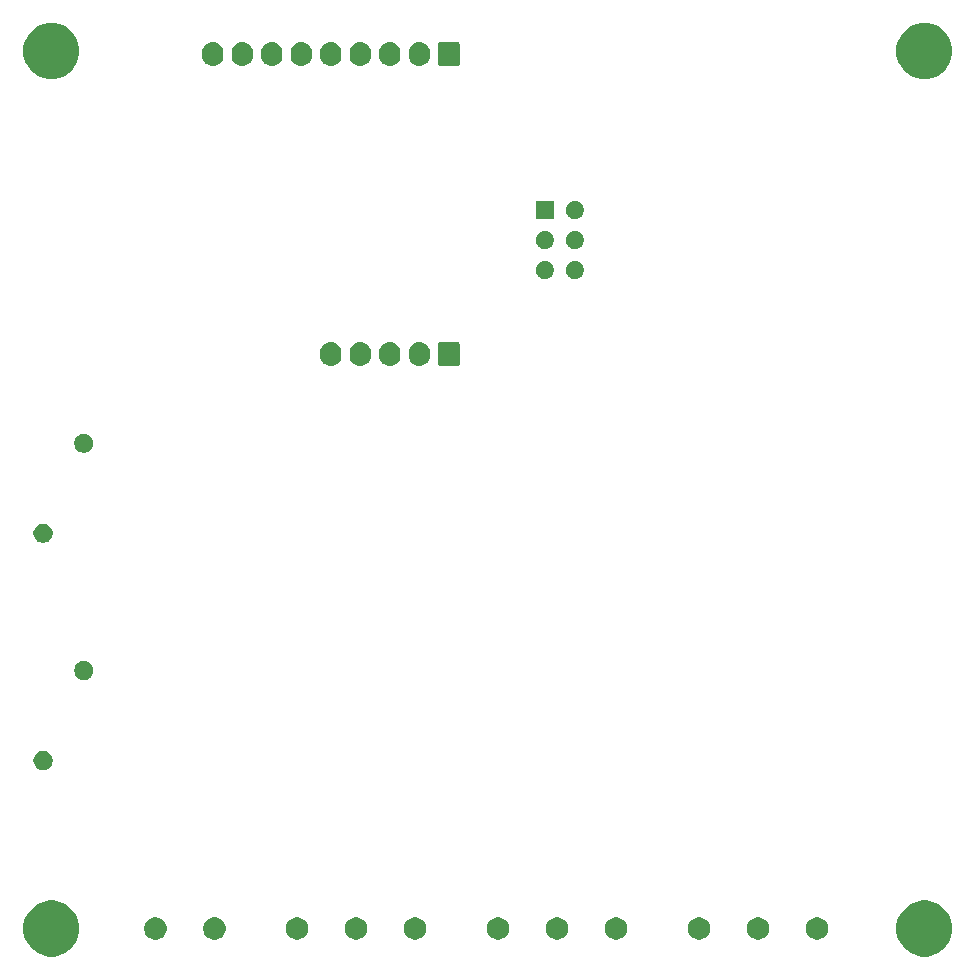
<source format=gbr>
G04 #@! TF.GenerationSoftware,KiCad,Pcbnew,5.1.5-52549c5~84~ubuntu18.04.1*
G04 #@! TF.CreationDate,2020-02-07T16:49:07-05:00*
G04 #@! TF.ProjectId,solenoidTrigger,736f6c65-6e6f-4696-9454-726967676572,rev?*
G04 #@! TF.SameCoordinates,Original*
G04 #@! TF.FileFunction,Soldermask,Bot*
G04 #@! TF.FilePolarity,Negative*
%FSLAX46Y46*%
G04 Gerber Fmt 4.6, Leading zero omitted, Abs format (unit mm)*
G04 Created by KiCad (PCBNEW 5.1.5-52549c5~84~ubuntu18.04.1) date 2020-02-07 16:49:07*
%MOMM*%
%LPD*%
G04 APERTURE LIST*
%ADD10C,0.020000*%
G04 APERTURE END LIST*
D10*
G36*
X185096790Y-128907173D02*
G01*
X185529030Y-129086213D01*
X185529032Y-129086214D01*
X185918038Y-129346139D01*
X186248861Y-129676962D01*
X186508786Y-130065968D01*
X186508787Y-130065970D01*
X186687827Y-130498210D01*
X186779100Y-130957072D01*
X186779100Y-131424928D01*
X186687827Y-131883790D01*
X186508787Y-132316030D01*
X186508786Y-132316032D01*
X186248861Y-132705038D01*
X185918038Y-133035861D01*
X185529032Y-133295786D01*
X185529031Y-133295787D01*
X185529030Y-133295787D01*
X185096790Y-133474827D01*
X184637928Y-133566100D01*
X184170072Y-133566100D01*
X183711210Y-133474827D01*
X183278970Y-133295787D01*
X183278969Y-133295787D01*
X183278968Y-133295786D01*
X182889962Y-133035861D01*
X182559139Y-132705038D01*
X182299214Y-132316032D01*
X182299213Y-132316030D01*
X182120173Y-131883790D01*
X182028900Y-131424928D01*
X182028900Y-130957072D01*
X182120173Y-130498210D01*
X182299213Y-130065970D01*
X182299214Y-130065968D01*
X182559139Y-129676962D01*
X182889962Y-129346139D01*
X183278968Y-129086214D01*
X183278970Y-129086213D01*
X183711210Y-128907173D01*
X184170072Y-128815900D01*
X184637928Y-128815900D01*
X185096790Y-128907173D01*
G37*
G36*
X111182790Y-128907173D02*
G01*
X111615030Y-129086213D01*
X111615032Y-129086214D01*
X112004038Y-129346139D01*
X112334861Y-129676962D01*
X112594786Y-130065968D01*
X112594787Y-130065970D01*
X112773827Y-130498210D01*
X112865100Y-130957072D01*
X112865100Y-131424928D01*
X112773827Y-131883790D01*
X112594787Y-132316030D01*
X112594786Y-132316032D01*
X112334861Y-132705038D01*
X112004038Y-133035861D01*
X111615032Y-133295786D01*
X111615031Y-133295787D01*
X111615030Y-133295787D01*
X111182790Y-133474827D01*
X110723928Y-133566100D01*
X110256072Y-133566100D01*
X109797210Y-133474827D01*
X109364970Y-133295787D01*
X109364969Y-133295787D01*
X109364968Y-133295786D01*
X108975962Y-133035861D01*
X108645139Y-132705038D01*
X108385214Y-132316032D01*
X108385213Y-132316030D01*
X108206173Y-131883790D01*
X108114900Y-131424928D01*
X108114900Y-130957072D01*
X108206173Y-130498210D01*
X108385213Y-130065970D01*
X108385214Y-130065968D01*
X108645139Y-129676962D01*
X108975962Y-129346139D01*
X109364968Y-129086214D01*
X109364970Y-129086213D01*
X109797210Y-128907173D01*
X110256072Y-128815900D01*
X110723928Y-128815900D01*
X111182790Y-128907173D01*
G37*
G36*
X119570395Y-130276546D02*
G01*
X119743466Y-130348234D01*
X119743467Y-130348235D01*
X119899227Y-130452310D01*
X120031690Y-130584773D01*
X120031691Y-130584775D01*
X120135766Y-130740534D01*
X120207454Y-130913605D01*
X120244000Y-131097333D01*
X120244000Y-131284667D01*
X120207454Y-131468395D01*
X120135766Y-131641466D01*
X120135765Y-131641467D01*
X120031690Y-131797227D01*
X119899227Y-131929690D01*
X119820818Y-131982081D01*
X119743466Y-132033766D01*
X119570395Y-132105454D01*
X119386667Y-132142000D01*
X119199333Y-132142000D01*
X119015605Y-132105454D01*
X118842534Y-132033766D01*
X118765182Y-131982081D01*
X118686773Y-131929690D01*
X118554310Y-131797227D01*
X118450235Y-131641467D01*
X118450234Y-131641466D01*
X118378546Y-131468395D01*
X118342000Y-131284667D01*
X118342000Y-131097333D01*
X118378546Y-130913605D01*
X118450234Y-130740534D01*
X118554309Y-130584775D01*
X118554310Y-130584773D01*
X118686773Y-130452310D01*
X118842533Y-130348235D01*
X118842534Y-130348234D01*
X119015605Y-130276546D01*
X119199333Y-130240000D01*
X119386667Y-130240000D01*
X119570395Y-130276546D01*
G37*
G36*
X175584395Y-130276546D02*
G01*
X175757466Y-130348234D01*
X175757467Y-130348235D01*
X175913227Y-130452310D01*
X176045690Y-130584773D01*
X176045691Y-130584775D01*
X176149766Y-130740534D01*
X176221454Y-130913605D01*
X176258000Y-131097333D01*
X176258000Y-131284667D01*
X176221454Y-131468395D01*
X176149766Y-131641466D01*
X176149765Y-131641467D01*
X176045690Y-131797227D01*
X175913227Y-131929690D01*
X175834818Y-131982081D01*
X175757466Y-132033766D01*
X175584395Y-132105454D01*
X175400667Y-132142000D01*
X175213333Y-132142000D01*
X175029605Y-132105454D01*
X174856534Y-132033766D01*
X174779182Y-131982081D01*
X174700773Y-131929690D01*
X174568310Y-131797227D01*
X174464235Y-131641467D01*
X174464234Y-131641466D01*
X174392546Y-131468395D01*
X174356000Y-131284667D01*
X174356000Y-131097333D01*
X174392546Y-130913605D01*
X174464234Y-130740534D01*
X174568309Y-130584775D01*
X174568310Y-130584773D01*
X174700773Y-130452310D01*
X174856533Y-130348235D01*
X174856534Y-130348234D01*
X175029605Y-130276546D01*
X175213333Y-130240000D01*
X175400667Y-130240000D01*
X175584395Y-130276546D01*
G37*
G36*
X165584395Y-130276546D02*
G01*
X165757466Y-130348234D01*
X165757467Y-130348235D01*
X165913227Y-130452310D01*
X166045690Y-130584773D01*
X166045691Y-130584775D01*
X166149766Y-130740534D01*
X166221454Y-130913605D01*
X166258000Y-131097333D01*
X166258000Y-131284667D01*
X166221454Y-131468395D01*
X166149766Y-131641466D01*
X166149765Y-131641467D01*
X166045690Y-131797227D01*
X165913227Y-131929690D01*
X165834818Y-131982081D01*
X165757466Y-132033766D01*
X165584395Y-132105454D01*
X165400667Y-132142000D01*
X165213333Y-132142000D01*
X165029605Y-132105454D01*
X164856534Y-132033766D01*
X164779182Y-131982081D01*
X164700773Y-131929690D01*
X164568310Y-131797227D01*
X164464235Y-131641467D01*
X164464234Y-131641466D01*
X164392546Y-131468395D01*
X164356000Y-131284667D01*
X164356000Y-131097333D01*
X164392546Y-130913605D01*
X164464234Y-130740534D01*
X164568309Y-130584775D01*
X164568310Y-130584773D01*
X164700773Y-130452310D01*
X164856533Y-130348235D01*
X164856534Y-130348234D01*
X165029605Y-130276546D01*
X165213333Y-130240000D01*
X165400667Y-130240000D01*
X165584395Y-130276546D01*
G37*
G36*
X170584395Y-130276546D02*
G01*
X170757466Y-130348234D01*
X170757467Y-130348235D01*
X170913227Y-130452310D01*
X171045690Y-130584773D01*
X171045691Y-130584775D01*
X171149766Y-130740534D01*
X171221454Y-130913605D01*
X171258000Y-131097333D01*
X171258000Y-131284667D01*
X171221454Y-131468395D01*
X171149766Y-131641466D01*
X171149765Y-131641467D01*
X171045690Y-131797227D01*
X170913227Y-131929690D01*
X170834818Y-131982081D01*
X170757466Y-132033766D01*
X170584395Y-132105454D01*
X170400667Y-132142000D01*
X170213333Y-132142000D01*
X170029605Y-132105454D01*
X169856534Y-132033766D01*
X169779182Y-131982081D01*
X169700773Y-131929690D01*
X169568310Y-131797227D01*
X169464235Y-131641467D01*
X169464234Y-131641466D01*
X169392546Y-131468395D01*
X169356000Y-131284667D01*
X169356000Y-131097333D01*
X169392546Y-130913605D01*
X169464234Y-130740534D01*
X169568309Y-130584775D01*
X169568310Y-130584773D01*
X169700773Y-130452310D01*
X169856533Y-130348235D01*
X169856534Y-130348234D01*
X170029605Y-130276546D01*
X170213333Y-130240000D01*
X170400667Y-130240000D01*
X170584395Y-130276546D01*
G37*
G36*
X141548395Y-130276546D02*
G01*
X141721466Y-130348234D01*
X141721467Y-130348235D01*
X141877227Y-130452310D01*
X142009690Y-130584773D01*
X142009691Y-130584775D01*
X142113766Y-130740534D01*
X142185454Y-130913605D01*
X142222000Y-131097333D01*
X142222000Y-131284667D01*
X142185454Y-131468395D01*
X142113766Y-131641466D01*
X142113765Y-131641467D01*
X142009690Y-131797227D01*
X141877227Y-131929690D01*
X141798818Y-131982081D01*
X141721466Y-132033766D01*
X141548395Y-132105454D01*
X141364667Y-132142000D01*
X141177333Y-132142000D01*
X140993605Y-132105454D01*
X140820534Y-132033766D01*
X140743182Y-131982081D01*
X140664773Y-131929690D01*
X140532310Y-131797227D01*
X140428235Y-131641467D01*
X140428234Y-131641466D01*
X140356546Y-131468395D01*
X140320000Y-131284667D01*
X140320000Y-131097333D01*
X140356546Y-130913605D01*
X140428234Y-130740534D01*
X140532309Y-130584775D01*
X140532310Y-130584773D01*
X140664773Y-130452310D01*
X140820533Y-130348235D01*
X140820534Y-130348234D01*
X140993605Y-130276546D01*
X141177333Y-130240000D01*
X141364667Y-130240000D01*
X141548395Y-130276546D01*
G37*
G36*
X131548395Y-130276546D02*
G01*
X131721466Y-130348234D01*
X131721467Y-130348235D01*
X131877227Y-130452310D01*
X132009690Y-130584773D01*
X132009691Y-130584775D01*
X132113766Y-130740534D01*
X132185454Y-130913605D01*
X132222000Y-131097333D01*
X132222000Y-131284667D01*
X132185454Y-131468395D01*
X132113766Y-131641466D01*
X132113765Y-131641467D01*
X132009690Y-131797227D01*
X131877227Y-131929690D01*
X131798818Y-131982081D01*
X131721466Y-132033766D01*
X131548395Y-132105454D01*
X131364667Y-132142000D01*
X131177333Y-132142000D01*
X130993605Y-132105454D01*
X130820534Y-132033766D01*
X130743182Y-131982081D01*
X130664773Y-131929690D01*
X130532310Y-131797227D01*
X130428235Y-131641467D01*
X130428234Y-131641466D01*
X130356546Y-131468395D01*
X130320000Y-131284667D01*
X130320000Y-131097333D01*
X130356546Y-130913605D01*
X130428234Y-130740534D01*
X130532309Y-130584775D01*
X130532310Y-130584773D01*
X130664773Y-130452310D01*
X130820533Y-130348235D01*
X130820534Y-130348234D01*
X130993605Y-130276546D01*
X131177333Y-130240000D01*
X131364667Y-130240000D01*
X131548395Y-130276546D01*
G37*
G36*
X136548395Y-130276546D02*
G01*
X136721466Y-130348234D01*
X136721467Y-130348235D01*
X136877227Y-130452310D01*
X137009690Y-130584773D01*
X137009691Y-130584775D01*
X137113766Y-130740534D01*
X137185454Y-130913605D01*
X137222000Y-131097333D01*
X137222000Y-131284667D01*
X137185454Y-131468395D01*
X137113766Y-131641466D01*
X137113765Y-131641467D01*
X137009690Y-131797227D01*
X136877227Y-131929690D01*
X136798818Y-131982081D01*
X136721466Y-132033766D01*
X136548395Y-132105454D01*
X136364667Y-132142000D01*
X136177333Y-132142000D01*
X135993605Y-132105454D01*
X135820534Y-132033766D01*
X135743182Y-131982081D01*
X135664773Y-131929690D01*
X135532310Y-131797227D01*
X135428235Y-131641467D01*
X135428234Y-131641466D01*
X135356546Y-131468395D01*
X135320000Y-131284667D01*
X135320000Y-131097333D01*
X135356546Y-130913605D01*
X135428234Y-130740534D01*
X135532309Y-130584775D01*
X135532310Y-130584773D01*
X135664773Y-130452310D01*
X135820533Y-130348235D01*
X135820534Y-130348234D01*
X135993605Y-130276546D01*
X136177333Y-130240000D01*
X136364667Y-130240000D01*
X136548395Y-130276546D01*
G37*
G36*
X158566395Y-130276546D02*
G01*
X158739466Y-130348234D01*
X158739467Y-130348235D01*
X158895227Y-130452310D01*
X159027690Y-130584773D01*
X159027691Y-130584775D01*
X159131766Y-130740534D01*
X159203454Y-130913605D01*
X159240000Y-131097333D01*
X159240000Y-131284667D01*
X159203454Y-131468395D01*
X159131766Y-131641466D01*
X159131765Y-131641467D01*
X159027690Y-131797227D01*
X158895227Y-131929690D01*
X158816818Y-131982081D01*
X158739466Y-132033766D01*
X158566395Y-132105454D01*
X158382667Y-132142000D01*
X158195333Y-132142000D01*
X158011605Y-132105454D01*
X157838534Y-132033766D01*
X157761182Y-131982081D01*
X157682773Y-131929690D01*
X157550310Y-131797227D01*
X157446235Y-131641467D01*
X157446234Y-131641466D01*
X157374546Y-131468395D01*
X157338000Y-131284667D01*
X157338000Y-131097333D01*
X157374546Y-130913605D01*
X157446234Y-130740534D01*
X157550309Y-130584775D01*
X157550310Y-130584773D01*
X157682773Y-130452310D01*
X157838533Y-130348235D01*
X157838534Y-130348234D01*
X158011605Y-130276546D01*
X158195333Y-130240000D01*
X158382667Y-130240000D01*
X158566395Y-130276546D01*
G37*
G36*
X148566395Y-130276546D02*
G01*
X148739466Y-130348234D01*
X148739467Y-130348235D01*
X148895227Y-130452310D01*
X149027690Y-130584773D01*
X149027691Y-130584775D01*
X149131766Y-130740534D01*
X149203454Y-130913605D01*
X149240000Y-131097333D01*
X149240000Y-131284667D01*
X149203454Y-131468395D01*
X149131766Y-131641466D01*
X149131765Y-131641467D01*
X149027690Y-131797227D01*
X148895227Y-131929690D01*
X148816818Y-131982081D01*
X148739466Y-132033766D01*
X148566395Y-132105454D01*
X148382667Y-132142000D01*
X148195333Y-132142000D01*
X148011605Y-132105454D01*
X147838534Y-132033766D01*
X147761182Y-131982081D01*
X147682773Y-131929690D01*
X147550310Y-131797227D01*
X147446235Y-131641467D01*
X147446234Y-131641466D01*
X147374546Y-131468395D01*
X147338000Y-131284667D01*
X147338000Y-131097333D01*
X147374546Y-130913605D01*
X147446234Y-130740534D01*
X147550309Y-130584775D01*
X147550310Y-130584773D01*
X147682773Y-130452310D01*
X147838533Y-130348235D01*
X147838534Y-130348234D01*
X148011605Y-130276546D01*
X148195333Y-130240000D01*
X148382667Y-130240000D01*
X148566395Y-130276546D01*
G37*
G36*
X153566395Y-130276546D02*
G01*
X153739466Y-130348234D01*
X153739467Y-130348235D01*
X153895227Y-130452310D01*
X154027690Y-130584773D01*
X154027691Y-130584775D01*
X154131766Y-130740534D01*
X154203454Y-130913605D01*
X154240000Y-131097333D01*
X154240000Y-131284667D01*
X154203454Y-131468395D01*
X154131766Y-131641466D01*
X154131765Y-131641467D01*
X154027690Y-131797227D01*
X153895227Y-131929690D01*
X153816818Y-131982081D01*
X153739466Y-132033766D01*
X153566395Y-132105454D01*
X153382667Y-132142000D01*
X153195333Y-132142000D01*
X153011605Y-132105454D01*
X152838534Y-132033766D01*
X152761182Y-131982081D01*
X152682773Y-131929690D01*
X152550310Y-131797227D01*
X152446235Y-131641467D01*
X152446234Y-131641466D01*
X152374546Y-131468395D01*
X152338000Y-131284667D01*
X152338000Y-131097333D01*
X152374546Y-130913605D01*
X152446234Y-130740534D01*
X152550309Y-130584775D01*
X152550310Y-130584773D01*
X152682773Y-130452310D01*
X152838533Y-130348235D01*
X152838534Y-130348234D01*
X153011605Y-130276546D01*
X153195333Y-130240000D01*
X153382667Y-130240000D01*
X153566395Y-130276546D01*
G37*
G36*
X124570395Y-130276546D02*
G01*
X124743466Y-130348234D01*
X124743467Y-130348235D01*
X124899227Y-130452310D01*
X125031690Y-130584773D01*
X125031691Y-130584775D01*
X125135766Y-130740534D01*
X125207454Y-130913605D01*
X125244000Y-131097333D01*
X125244000Y-131284667D01*
X125207454Y-131468395D01*
X125135766Y-131641466D01*
X125135765Y-131641467D01*
X125031690Y-131797227D01*
X124899227Y-131929690D01*
X124820818Y-131982081D01*
X124743466Y-132033766D01*
X124570395Y-132105454D01*
X124386667Y-132142000D01*
X124199333Y-132142000D01*
X124015605Y-132105454D01*
X123842534Y-132033766D01*
X123765182Y-131982081D01*
X123686773Y-131929690D01*
X123554310Y-131797227D01*
X123450235Y-131641467D01*
X123450234Y-131641466D01*
X123378546Y-131468395D01*
X123342000Y-131284667D01*
X123342000Y-131097333D01*
X123378546Y-130913605D01*
X123450234Y-130740534D01*
X123554309Y-130584775D01*
X123554310Y-130584773D01*
X123686773Y-130452310D01*
X123842533Y-130348235D01*
X123842534Y-130348234D01*
X124015605Y-130276546D01*
X124199333Y-130240000D01*
X124386667Y-130240000D01*
X124570395Y-130276546D01*
G37*
G36*
X110015942Y-116185242D02*
G01*
X110163901Y-116246529D01*
X110297055Y-116335499D01*
X110410301Y-116448745D01*
X110499271Y-116581899D01*
X110560558Y-116729858D01*
X110591800Y-116886925D01*
X110591800Y-117047075D01*
X110560558Y-117204142D01*
X110499271Y-117352101D01*
X110410301Y-117485255D01*
X110297055Y-117598501D01*
X110163901Y-117687471D01*
X110015942Y-117748758D01*
X109858875Y-117780000D01*
X109698725Y-117780000D01*
X109541658Y-117748758D01*
X109393699Y-117687471D01*
X109260545Y-117598501D01*
X109147299Y-117485255D01*
X109058329Y-117352101D01*
X108997042Y-117204142D01*
X108965800Y-117047075D01*
X108965800Y-116886925D01*
X108997042Y-116729858D01*
X109058329Y-116581899D01*
X109147299Y-116448745D01*
X109260545Y-116335499D01*
X109393699Y-116246529D01*
X109541658Y-116185242D01*
X109698725Y-116154000D01*
X109858875Y-116154000D01*
X110015942Y-116185242D01*
G37*
G36*
X113470342Y-108565242D02*
G01*
X113618301Y-108626529D01*
X113751455Y-108715499D01*
X113864701Y-108828745D01*
X113953671Y-108961899D01*
X114014958Y-109109858D01*
X114046200Y-109266925D01*
X114046200Y-109427075D01*
X114014958Y-109584142D01*
X113953671Y-109732101D01*
X113864701Y-109865255D01*
X113751455Y-109978501D01*
X113618301Y-110067471D01*
X113470342Y-110128758D01*
X113313275Y-110160000D01*
X113153125Y-110160000D01*
X112996058Y-110128758D01*
X112848099Y-110067471D01*
X112714945Y-109978501D01*
X112601699Y-109865255D01*
X112512729Y-109732101D01*
X112451442Y-109584142D01*
X112420200Y-109427075D01*
X112420200Y-109266925D01*
X112451442Y-109109858D01*
X112512729Y-108961899D01*
X112601699Y-108828745D01*
X112714945Y-108715499D01*
X112848099Y-108626529D01*
X112996058Y-108565242D01*
X113153125Y-108534000D01*
X113313275Y-108534000D01*
X113470342Y-108565242D01*
G37*
G36*
X110015942Y-96944742D02*
G01*
X110163901Y-97006029D01*
X110297055Y-97094999D01*
X110410301Y-97208245D01*
X110499271Y-97341399D01*
X110560558Y-97489358D01*
X110591800Y-97646425D01*
X110591800Y-97806575D01*
X110560558Y-97963642D01*
X110499271Y-98111601D01*
X110410301Y-98244755D01*
X110297055Y-98358001D01*
X110163901Y-98446971D01*
X110015942Y-98508258D01*
X109858875Y-98539500D01*
X109698725Y-98539500D01*
X109541658Y-98508258D01*
X109393699Y-98446971D01*
X109260545Y-98358001D01*
X109147299Y-98244755D01*
X109058329Y-98111601D01*
X108997042Y-97963642D01*
X108965800Y-97806575D01*
X108965800Y-97646425D01*
X108997042Y-97489358D01*
X109058329Y-97341399D01*
X109147299Y-97208245D01*
X109260545Y-97094999D01*
X109393699Y-97006029D01*
X109541658Y-96944742D01*
X109698725Y-96913500D01*
X109858875Y-96913500D01*
X110015942Y-96944742D01*
G37*
G36*
X113470342Y-89324742D02*
G01*
X113618301Y-89386029D01*
X113751455Y-89474999D01*
X113864701Y-89588245D01*
X113953671Y-89721399D01*
X114014958Y-89869358D01*
X114046200Y-90026425D01*
X114046200Y-90186575D01*
X114014958Y-90343642D01*
X113953671Y-90491601D01*
X113864701Y-90624755D01*
X113751455Y-90738001D01*
X113618301Y-90826971D01*
X113470342Y-90888258D01*
X113313275Y-90919500D01*
X113153125Y-90919500D01*
X112996058Y-90888258D01*
X112848099Y-90826971D01*
X112714945Y-90738001D01*
X112601699Y-90624755D01*
X112512729Y-90491601D01*
X112451442Y-90343642D01*
X112420200Y-90186575D01*
X112420200Y-90026425D01*
X112451442Y-89869358D01*
X112512729Y-89721399D01*
X112601699Y-89588245D01*
X112714945Y-89474999D01*
X112848099Y-89386029D01*
X112996058Y-89324742D01*
X113153125Y-89293500D01*
X113313275Y-89293500D01*
X113470342Y-89324742D01*
G37*
G36*
X136821627Y-81537037D02*
G01*
X136991466Y-81588557D01*
X137147991Y-81672222D01*
X137183729Y-81701552D01*
X137285186Y-81784814D01*
X137368448Y-81886271D01*
X137397778Y-81922009D01*
X137481443Y-82078534D01*
X137532963Y-82248374D01*
X137546000Y-82380743D01*
X137546000Y-82719258D01*
X137532963Y-82851627D01*
X137481443Y-83021466D01*
X137397778Y-83177991D01*
X137368448Y-83213729D01*
X137285186Y-83315186D01*
X137147989Y-83427779D01*
X136991467Y-83511442D01*
X136991465Y-83511443D01*
X136821626Y-83562963D01*
X136645000Y-83580359D01*
X136468373Y-83562963D01*
X136298534Y-83511443D01*
X136142009Y-83427778D01*
X136099750Y-83393097D01*
X136004814Y-83315186D01*
X135892221Y-83177989D01*
X135808558Y-83021467D01*
X135808557Y-83021465D01*
X135757037Y-82851626D01*
X135744000Y-82719257D01*
X135744000Y-82380742D01*
X135757037Y-82248373D01*
X135808557Y-82078534D01*
X135892222Y-81922009D01*
X136004815Y-81784815D01*
X136142010Y-81672222D01*
X136298535Y-81588557D01*
X136468374Y-81537037D01*
X136645000Y-81519641D01*
X136821627Y-81537037D01*
G37*
G36*
X139321627Y-81537037D02*
G01*
X139491466Y-81588557D01*
X139647991Y-81672222D01*
X139683729Y-81701552D01*
X139785186Y-81784814D01*
X139868448Y-81886271D01*
X139897778Y-81922009D01*
X139981443Y-82078534D01*
X140032963Y-82248374D01*
X140046000Y-82380743D01*
X140046000Y-82719258D01*
X140032963Y-82851627D01*
X139981443Y-83021466D01*
X139897778Y-83177991D01*
X139868448Y-83213729D01*
X139785186Y-83315186D01*
X139647989Y-83427779D01*
X139491467Y-83511442D01*
X139491465Y-83511443D01*
X139321626Y-83562963D01*
X139145000Y-83580359D01*
X138968373Y-83562963D01*
X138798534Y-83511443D01*
X138642009Y-83427778D01*
X138599750Y-83393097D01*
X138504814Y-83315186D01*
X138392221Y-83177989D01*
X138308558Y-83021467D01*
X138308557Y-83021465D01*
X138257037Y-82851626D01*
X138244000Y-82719257D01*
X138244000Y-82380742D01*
X138257037Y-82248373D01*
X138308557Y-82078534D01*
X138392222Y-81922009D01*
X138504815Y-81784815D01*
X138642010Y-81672222D01*
X138798535Y-81588557D01*
X138968374Y-81537037D01*
X139145000Y-81519641D01*
X139321627Y-81537037D01*
G37*
G36*
X134321627Y-81537037D02*
G01*
X134491466Y-81588557D01*
X134647991Y-81672222D01*
X134683729Y-81701552D01*
X134785186Y-81784814D01*
X134868448Y-81886271D01*
X134897778Y-81922009D01*
X134981443Y-82078534D01*
X135032963Y-82248374D01*
X135046000Y-82380743D01*
X135046000Y-82719258D01*
X135032963Y-82851627D01*
X134981443Y-83021466D01*
X134897778Y-83177991D01*
X134868448Y-83213729D01*
X134785186Y-83315186D01*
X134647989Y-83427779D01*
X134491467Y-83511442D01*
X134491465Y-83511443D01*
X134321626Y-83562963D01*
X134145000Y-83580359D01*
X133968373Y-83562963D01*
X133798534Y-83511443D01*
X133642009Y-83427778D01*
X133599750Y-83393097D01*
X133504814Y-83315186D01*
X133392221Y-83177989D01*
X133308558Y-83021467D01*
X133308557Y-83021465D01*
X133257037Y-82851626D01*
X133244000Y-82719257D01*
X133244000Y-82380742D01*
X133257037Y-82248373D01*
X133308557Y-82078534D01*
X133392222Y-81922009D01*
X133504815Y-81784815D01*
X133642010Y-81672222D01*
X133798535Y-81588557D01*
X133968374Y-81537037D01*
X134145000Y-81519641D01*
X134321627Y-81537037D01*
G37*
G36*
X141821627Y-81537037D02*
G01*
X141991466Y-81588557D01*
X142147991Y-81672222D01*
X142183729Y-81701552D01*
X142285186Y-81784814D01*
X142368448Y-81886271D01*
X142397778Y-81922009D01*
X142481443Y-82078534D01*
X142532963Y-82248374D01*
X142546000Y-82380743D01*
X142546000Y-82719258D01*
X142532963Y-82851627D01*
X142481443Y-83021466D01*
X142397778Y-83177991D01*
X142368448Y-83213729D01*
X142285186Y-83315186D01*
X142147989Y-83427779D01*
X141991467Y-83511442D01*
X141991465Y-83511443D01*
X141821626Y-83562963D01*
X141645000Y-83580359D01*
X141468373Y-83562963D01*
X141298534Y-83511443D01*
X141142009Y-83427778D01*
X141099750Y-83393097D01*
X141004814Y-83315186D01*
X140892221Y-83177989D01*
X140808558Y-83021467D01*
X140808557Y-83021465D01*
X140757037Y-82851626D01*
X140744000Y-82719257D01*
X140744000Y-82380742D01*
X140757037Y-82248373D01*
X140808557Y-82078534D01*
X140892222Y-81922009D01*
X141004815Y-81784815D01*
X141142010Y-81672222D01*
X141298535Y-81588557D01*
X141468374Y-81537037D01*
X141645000Y-81519641D01*
X141821627Y-81537037D01*
G37*
G36*
X144903600Y-81527989D02*
G01*
X144936652Y-81538015D01*
X144967103Y-81554292D01*
X144993799Y-81576201D01*
X145015708Y-81602897D01*
X145031985Y-81633348D01*
X145042011Y-81666400D01*
X145046000Y-81706903D01*
X145046000Y-83393097D01*
X145042011Y-83433600D01*
X145031985Y-83466652D01*
X145015708Y-83497103D01*
X144993799Y-83523799D01*
X144967103Y-83545708D01*
X144936652Y-83561985D01*
X144903600Y-83572011D01*
X144863097Y-83576000D01*
X143426903Y-83576000D01*
X143386400Y-83572011D01*
X143353348Y-83561985D01*
X143322897Y-83545708D01*
X143296201Y-83523799D01*
X143274292Y-83497103D01*
X143258015Y-83466652D01*
X143247989Y-83433600D01*
X143244000Y-83393097D01*
X143244000Y-81706903D01*
X143247989Y-81666400D01*
X143258015Y-81633348D01*
X143274292Y-81602897D01*
X143296201Y-81576201D01*
X143322897Y-81554292D01*
X143353348Y-81538015D01*
X143386400Y-81527989D01*
X143426903Y-81524000D01*
X144863097Y-81524000D01*
X144903600Y-81527989D01*
G37*
G36*
X155032059Y-74715860D02*
G01*
X155168732Y-74772472D01*
X155291735Y-74854660D01*
X155396340Y-74959265D01*
X155478528Y-75082268D01*
X155535140Y-75218941D01*
X155564000Y-75364033D01*
X155564000Y-75511967D01*
X155535140Y-75657059D01*
X155478528Y-75793732D01*
X155396340Y-75916735D01*
X155291735Y-76021340D01*
X155168732Y-76103528D01*
X155168731Y-76103529D01*
X155168730Y-76103529D01*
X155032059Y-76160140D01*
X154886968Y-76189000D01*
X154739032Y-76189000D01*
X154593941Y-76160140D01*
X154457270Y-76103529D01*
X154457269Y-76103529D01*
X154457268Y-76103528D01*
X154334265Y-76021340D01*
X154229660Y-75916735D01*
X154147472Y-75793732D01*
X154090860Y-75657059D01*
X154062000Y-75511967D01*
X154062000Y-75364033D01*
X154090860Y-75218941D01*
X154147472Y-75082268D01*
X154229660Y-74959265D01*
X154334265Y-74854660D01*
X154457268Y-74772472D01*
X154593941Y-74715860D01*
X154739032Y-74687000D01*
X154886968Y-74687000D01*
X155032059Y-74715860D01*
G37*
G36*
X152492059Y-74715860D02*
G01*
X152628732Y-74772472D01*
X152751735Y-74854660D01*
X152856340Y-74959265D01*
X152938528Y-75082268D01*
X152995140Y-75218941D01*
X153024000Y-75364033D01*
X153024000Y-75511967D01*
X152995140Y-75657059D01*
X152938528Y-75793732D01*
X152856340Y-75916735D01*
X152751735Y-76021340D01*
X152628732Y-76103528D01*
X152628731Y-76103529D01*
X152628730Y-76103529D01*
X152492059Y-76160140D01*
X152346968Y-76189000D01*
X152199032Y-76189000D01*
X152053941Y-76160140D01*
X151917270Y-76103529D01*
X151917269Y-76103529D01*
X151917268Y-76103528D01*
X151794265Y-76021340D01*
X151689660Y-75916735D01*
X151607472Y-75793732D01*
X151550860Y-75657059D01*
X151522000Y-75511967D01*
X151522000Y-75364033D01*
X151550860Y-75218941D01*
X151607472Y-75082268D01*
X151689660Y-74959265D01*
X151794265Y-74854660D01*
X151917268Y-74772472D01*
X152053941Y-74715860D01*
X152199032Y-74687000D01*
X152346968Y-74687000D01*
X152492059Y-74715860D01*
G37*
G36*
X155032059Y-72175860D02*
G01*
X155168732Y-72232472D01*
X155291735Y-72314660D01*
X155396340Y-72419265D01*
X155478528Y-72542268D01*
X155535140Y-72678941D01*
X155564000Y-72824033D01*
X155564000Y-72971967D01*
X155535140Y-73117059D01*
X155478528Y-73253732D01*
X155396340Y-73376735D01*
X155291735Y-73481340D01*
X155168732Y-73563528D01*
X155168731Y-73563529D01*
X155168730Y-73563529D01*
X155032059Y-73620140D01*
X154886968Y-73649000D01*
X154739032Y-73649000D01*
X154593941Y-73620140D01*
X154457270Y-73563529D01*
X154457269Y-73563529D01*
X154457268Y-73563528D01*
X154334265Y-73481340D01*
X154229660Y-73376735D01*
X154147472Y-73253732D01*
X154090860Y-73117059D01*
X154062000Y-72971967D01*
X154062000Y-72824033D01*
X154090860Y-72678941D01*
X154147472Y-72542268D01*
X154229660Y-72419265D01*
X154334265Y-72314660D01*
X154457268Y-72232472D01*
X154593941Y-72175860D01*
X154739032Y-72147000D01*
X154886968Y-72147000D01*
X155032059Y-72175860D01*
G37*
G36*
X152492059Y-72175860D02*
G01*
X152628732Y-72232472D01*
X152751735Y-72314660D01*
X152856340Y-72419265D01*
X152938528Y-72542268D01*
X152995140Y-72678941D01*
X153024000Y-72824033D01*
X153024000Y-72971967D01*
X152995140Y-73117059D01*
X152938528Y-73253732D01*
X152856340Y-73376735D01*
X152751735Y-73481340D01*
X152628732Y-73563528D01*
X152628731Y-73563529D01*
X152628730Y-73563529D01*
X152492059Y-73620140D01*
X152346968Y-73649000D01*
X152199032Y-73649000D01*
X152053941Y-73620140D01*
X151917270Y-73563529D01*
X151917269Y-73563529D01*
X151917268Y-73563528D01*
X151794265Y-73481340D01*
X151689660Y-73376735D01*
X151607472Y-73253732D01*
X151550860Y-73117059D01*
X151522000Y-72971967D01*
X151522000Y-72824033D01*
X151550860Y-72678941D01*
X151607472Y-72542268D01*
X151689660Y-72419265D01*
X151794265Y-72314660D01*
X151917268Y-72232472D01*
X152053941Y-72175860D01*
X152199032Y-72147000D01*
X152346968Y-72147000D01*
X152492059Y-72175860D01*
G37*
G36*
X155032059Y-69635860D02*
G01*
X155168732Y-69692472D01*
X155291735Y-69774660D01*
X155396340Y-69879265D01*
X155478528Y-70002268D01*
X155535140Y-70138941D01*
X155564000Y-70284033D01*
X155564000Y-70431967D01*
X155535140Y-70577059D01*
X155478528Y-70713732D01*
X155396340Y-70836735D01*
X155291735Y-70941340D01*
X155168732Y-71023528D01*
X155168731Y-71023529D01*
X155168730Y-71023529D01*
X155032059Y-71080140D01*
X154886968Y-71109000D01*
X154739032Y-71109000D01*
X154593941Y-71080140D01*
X154457270Y-71023529D01*
X154457269Y-71023529D01*
X154457268Y-71023528D01*
X154334265Y-70941340D01*
X154229660Y-70836735D01*
X154147472Y-70713732D01*
X154090860Y-70577059D01*
X154062000Y-70431967D01*
X154062000Y-70284033D01*
X154090860Y-70138941D01*
X154147472Y-70002268D01*
X154229660Y-69879265D01*
X154334265Y-69774660D01*
X154457268Y-69692472D01*
X154593941Y-69635860D01*
X154739032Y-69607000D01*
X154886968Y-69607000D01*
X155032059Y-69635860D01*
G37*
G36*
X153024000Y-71109000D02*
G01*
X151522000Y-71109000D01*
X151522000Y-69607000D01*
X153024000Y-69607000D01*
X153024000Y-71109000D01*
G37*
G36*
X111182790Y-54612173D02*
G01*
X111615030Y-54791213D01*
X111615032Y-54791214D01*
X112004038Y-55051139D01*
X112334861Y-55381962D01*
X112594786Y-55770968D01*
X112594787Y-55770970D01*
X112773827Y-56203210D01*
X112865100Y-56662072D01*
X112865100Y-57129928D01*
X112773827Y-57588790D01*
X112606357Y-57993097D01*
X112594786Y-58021032D01*
X112334861Y-58410038D01*
X112004038Y-58740861D01*
X111615032Y-59000786D01*
X111615031Y-59000787D01*
X111615030Y-59000787D01*
X111182790Y-59179827D01*
X110723928Y-59271100D01*
X110256072Y-59271100D01*
X109797210Y-59179827D01*
X109364970Y-59000787D01*
X109364969Y-59000787D01*
X109364968Y-59000786D01*
X108975962Y-58740861D01*
X108645139Y-58410038D01*
X108385214Y-58021032D01*
X108373643Y-57993097D01*
X108206173Y-57588790D01*
X108114900Y-57129928D01*
X108114900Y-56662072D01*
X108206173Y-56203210D01*
X108385213Y-55770970D01*
X108385214Y-55770968D01*
X108645139Y-55381962D01*
X108975962Y-55051139D01*
X109364968Y-54791214D01*
X109364970Y-54791213D01*
X109797210Y-54612173D01*
X110256072Y-54520900D01*
X110723928Y-54520900D01*
X111182790Y-54612173D01*
G37*
G36*
X185096790Y-54612173D02*
G01*
X185529030Y-54791213D01*
X185529032Y-54791214D01*
X185918038Y-55051139D01*
X186248861Y-55381962D01*
X186508786Y-55770968D01*
X186508787Y-55770970D01*
X186687827Y-56203210D01*
X186779100Y-56662072D01*
X186779100Y-57129928D01*
X186687827Y-57588790D01*
X186520357Y-57993097D01*
X186508786Y-58021032D01*
X186248861Y-58410038D01*
X185918038Y-58740861D01*
X185529032Y-59000786D01*
X185529031Y-59000787D01*
X185529030Y-59000787D01*
X185096790Y-59179827D01*
X184637928Y-59271100D01*
X184170072Y-59271100D01*
X183711210Y-59179827D01*
X183278970Y-59000787D01*
X183278969Y-59000787D01*
X183278968Y-59000786D01*
X182889962Y-58740861D01*
X182559139Y-58410038D01*
X182299214Y-58021032D01*
X182287643Y-57993097D01*
X182120173Y-57588790D01*
X182028900Y-57129928D01*
X182028900Y-56662072D01*
X182120173Y-56203210D01*
X182299213Y-55770970D01*
X182299214Y-55770968D01*
X182559139Y-55381962D01*
X182889962Y-55051139D01*
X183278968Y-54791214D01*
X183278970Y-54791213D01*
X183711210Y-54612173D01*
X184170072Y-54520900D01*
X184637928Y-54520900D01*
X185096790Y-54612173D01*
G37*
G36*
X139321627Y-56137037D02*
G01*
X139491466Y-56188557D01*
X139647991Y-56272222D01*
X139683729Y-56301552D01*
X139785186Y-56384814D01*
X139868448Y-56486271D01*
X139897778Y-56522009D01*
X139981443Y-56678534D01*
X140032963Y-56848374D01*
X140046000Y-56980743D01*
X140046000Y-57319258D01*
X140032963Y-57451627D01*
X139981443Y-57621466D01*
X139897778Y-57777991D01*
X139868448Y-57813729D01*
X139785186Y-57915186D01*
X139647989Y-58027779D01*
X139491467Y-58111442D01*
X139491465Y-58111443D01*
X139321626Y-58162963D01*
X139145000Y-58180359D01*
X138968373Y-58162963D01*
X138798534Y-58111443D01*
X138642009Y-58027778D01*
X138599750Y-57993097D01*
X138504814Y-57915186D01*
X138392221Y-57777989D01*
X138308558Y-57621467D01*
X138308557Y-57621465D01*
X138257037Y-57451626D01*
X138244000Y-57319257D01*
X138244000Y-56980742D01*
X138257037Y-56848373D01*
X138308557Y-56678534D01*
X138392222Y-56522009D01*
X138504815Y-56384815D01*
X138642010Y-56272222D01*
X138798535Y-56188557D01*
X138968374Y-56137037D01*
X139145000Y-56119641D01*
X139321627Y-56137037D01*
G37*
G36*
X124321627Y-56137037D02*
G01*
X124491466Y-56188557D01*
X124647991Y-56272222D01*
X124683729Y-56301552D01*
X124785186Y-56384814D01*
X124868448Y-56486271D01*
X124897778Y-56522009D01*
X124981443Y-56678534D01*
X125032963Y-56848374D01*
X125046000Y-56980743D01*
X125046000Y-57319258D01*
X125032963Y-57451627D01*
X124981443Y-57621466D01*
X124897778Y-57777991D01*
X124868448Y-57813729D01*
X124785186Y-57915186D01*
X124647989Y-58027779D01*
X124491467Y-58111442D01*
X124491465Y-58111443D01*
X124321626Y-58162963D01*
X124145000Y-58180359D01*
X123968373Y-58162963D01*
X123798534Y-58111443D01*
X123642009Y-58027778D01*
X123599750Y-57993097D01*
X123504814Y-57915186D01*
X123392221Y-57777989D01*
X123308558Y-57621467D01*
X123308557Y-57621465D01*
X123257037Y-57451626D01*
X123244000Y-57319257D01*
X123244000Y-56980742D01*
X123257037Y-56848373D01*
X123308557Y-56678534D01*
X123392222Y-56522009D01*
X123504815Y-56384815D01*
X123642010Y-56272222D01*
X123798535Y-56188557D01*
X123968374Y-56137037D01*
X124145000Y-56119641D01*
X124321627Y-56137037D01*
G37*
G36*
X136821627Y-56137037D02*
G01*
X136991466Y-56188557D01*
X137147991Y-56272222D01*
X137183729Y-56301552D01*
X137285186Y-56384814D01*
X137368448Y-56486271D01*
X137397778Y-56522009D01*
X137481443Y-56678534D01*
X137532963Y-56848374D01*
X137546000Y-56980743D01*
X137546000Y-57319258D01*
X137532963Y-57451627D01*
X137481443Y-57621466D01*
X137397778Y-57777991D01*
X137368448Y-57813729D01*
X137285186Y-57915186D01*
X137147989Y-58027779D01*
X136991467Y-58111442D01*
X136991465Y-58111443D01*
X136821626Y-58162963D01*
X136645000Y-58180359D01*
X136468373Y-58162963D01*
X136298534Y-58111443D01*
X136142009Y-58027778D01*
X136099750Y-57993097D01*
X136004814Y-57915186D01*
X135892221Y-57777989D01*
X135808558Y-57621467D01*
X135808557Y-57621465D01*
X135757037Y-57451626D01*
X135744000Y-57319257D01*
X135744000Y-56980742D01*
X135757037Y-56848373D01*
X135808557Y-56678534D01*
X135892222Y-56522009D01*
X136004815Y-56384815D01*
X136142010Y-56272222D01*
X136298535Y-56188557D01*
X136468374Y-56137037D01*
X136645000Y-56119641D01*
X136821627Y-56137037D01*
G37*
G36*
X141821627Y-56137037D02*
G01*
X141991466Y-56188557D01*
X142147991Y-56272222D01*
X142183729Y-56301552D01*
X142285186Y-56384814D01*
X142368448Y-56486271D01*
X142397778Y-56522009D01*
X142481443Y-56678534D01*
X142532963Y-56848374D01*
X142546000Y-56980743D01*
X142546000Y-57319258D01*
X142532963Y-57451627D01*
X142481443Y-57621466D01*
X142397778Y-57777991D01*
X142368448Y-57813729D01*
X142285186Y-57915186D01*
X142147989Y-58027779D01*
X141991467Y-58111442D01*
X141991465Y-58111443D01*
X141821626Y-58162963D01*
X141645000Y-58180359D01*
X141468373Y-58162963D01*
X141298534Y-58111443D01*
X141142009Y-58027778D01*
X141099750Y-57993097D01*
X141004814Y-57915186D01*
X140892221Y-57777989D01*
X140808558Y-57621467D01*
X140808557Y-57621465D01*
X140757037Y-57451626D01*
X140744000Y-57319257D01*
X140744000Y-56980742D01*
X140757037Y-56848373D01*
X140808557Y-56678534D01*
X140892222Y-56522009D01*
X141004815Y-56384815D01*
X141142010Y-56272222D01*
X141298535Y-56188557D01*
X141468374Y-56137037D01*
X141645000Y-56119641D01*
X141821627Y-56137037D01*
G37*
G36*
X131821627Y-56137037D02*
G01*
X131991466Y-56188557D01*
X132147991Y-56272222D01*
X132183729Y-56301552D01*
X132285186Y-56384814D01*
X132368448Y-56486271D01*
X132397778Y-56522009D01*
X132481443Y-56678534D01*
X132532963Y-56848374D01*
X132546000Y-56980743D01*
X132546000Y-57319258D01*
X132532963Y-57451627D01*
X132481443Y-57621466D01*
X132397778Y-57777991D01*
X132368448Y-57813729D01*
X132285186Y-57915186D01*
X132147989Y-58027779D01*
X131991467Y-58111442D01*
X131991465Y-58111443D01*
X131821626Y-58162963D01*
X131645000Y-58180359D01*
X131468373Y-58162963D01*
X131298534Y-58111443D01*
X131142009Y-58027778D01*
X131099750Y-57993097D01*
X131004814Y-57915186D01*
X130892221Y-57777989D01*
X130808558Y-57621467D01*
X130808557Y-57621465D01*
X130757037Y-57451626D01*
X130744000Y-57319257D01*
X130744000Y-56980742D01*
X130757037Y-56848373D01*
X130808557Y-56678534D01*
X130892222Y-56522009D01*
X131004815Y-56384815D01*
X131142010Y-56272222D01*
X131298535Y-56188557D01*
X131468374Y-56137037D01*
X131645000Y-56119641D01*
X131821627Y-56137037D01*
G37*
G36*
X129321627Y-56137037D02*
G01*
X129491466Y-56188557D01*
X129647991Y-56272222D01*
X129683729Y-56301552D01*
X129785186Y-56384814D01*
X129868448Y-56486271D01*
X129897778Y-56522009D01*
X129981443Y-56678534D01*
X130032963Y-56848374D01*
X130046000Y-56980743D01*
X130046000Y-57319258D01*
X130032963Y-57451627D01*
X129981443Y-57621466D01*
X129897778Y-57777991D01*
X129868448Y-57813729D01*
X129785186Y-57915186D01*
X129647989Y-58027779D01*
X129491467Y-58111442D01*
X129491465Y-58111443D01*
X129321626Y-58162963D01*
X129145000Y-58180359D01*
X128968373Y-58162963D01*
X128798534Y-58111443D01*
X128642009Y-58027778D01*
X128599750Y-57993097D01*
X128504814Y-57915186D01*
X128392221Y-57777989D01*
X128308558Y-57621467D01*
X128308557Y-57621465D01*
X128257037Y-57451626D01*
X128244000Y-57319257D01*
X128244000Y-56980742D01*
X128257037Y-56848373D01*
X128308557Y-56678534D01*
X128392222Y-56522009D01*
X128504815Y-56384815D01*
X128642010Y-56272222D01*
X128798535Y-56188557D01*
X128968374Y-56137037D01*
X129145000Y-56119641D01*
X129321627Y-56137037D01*
G37*
G36*
X126821627Y-56137037D02*
G01*
X126991466Y-56188557D01*
X127147991Y-56272222D01*
X127183729Y-56301552D01*
X127285186Y-56384814D01*
X127368448Y-56486271D01*
X127397778Y-56522009D01*
X127481443Y-56678534D01*
X127532963Y-56848374D01*
X127546000Y-56980743D01*
X127546000Y-57319258D01*
X127532963Y-57451627D01*
X127481443Y-57621466D01*
X127397778Y-57777991D01*
X127368448Y-57813729D01*
X127285186Y-57915186D01*
X127147989Y-58027779D01*
X126991467Y-58111442D01*
X126991465Y-58111443D01*
X126821626Y-58162963D01*
X126645000Y-58180359D01*
X126468373Y-58162963D01*
X126298534Y-58111443D01*
X126142009Y-58027778D01*
X126099750Y-57993097D01*
X126004814Y-57915186D01*
X125892221Y-57777989D01*
X125808558Y-57621467D01*
X125808557Y-57621465D01*
X125757037Y-57451626D01*
X125744000Y-57319257D01*
X125744000Y-56980742D01*
X125757037Y-56848373D01*
X125808557Y-56678534D01*
X125892222Y-56522009D01*
X126004815Y-56384815D01*
X126142010Y-56272222D01*
X126298535Y-56188557D01*
X126468374Y-56137037D01*
X126645000Y-56119641D01*
X126821627Y-56137037D01*
G37*
G36*
X134321627Y-56137037D02*
G01*
X134491466Y-56188557D01*
X134647991Y-56272222D01*
X134683729Y-56301552D01*
X134785186Y-56384814D01*
X134868448Y-56486271D01*
X134897778Y-56522009D01*
X134981443Y-56678534D01*
X135032963Y-56848374D01*
X135046000Y-56980743D01*
X135046000Y-57319258D01*
X135032963Y-57451627D01*
X134981443Y-57621466D01*
X134897778Y-57777991D01*
X134868448Y-57813729D01*
X134785186Y-57915186D01*
X134647989Y-58027779D01*
X134491467Y-58111442D01*
X134491465Y-58111443D01*
X134321626Y-58162963D01*
X134145000Y-58180359D01*
X133968373Y-58162963D01*
X133798534Y-58111443D01*
X133642009Y-58027778D01*
X133599750Y-57993097D01*
X133504814Y-57915186D01*
X133392221Y-57777989D01*
X133308558Y-57621467D01*
X133308557Y-57621465D01*
X133257037Y-57451626D01*
X133244000Y-57319257D01*
X133244000Y-56980742D01*
X133257037Y-56848373D01*
X133308557Y-56678534D01*
X133392222Y-56522009D01*
X133504815Y-56384815D01*
X133642010Y-56272222D01*
X133798535Y-56188557D01*
X133968374Y-56137037D01*
X134145000Y-56119641D01*
X134321627Y-56137037D01*
G37*
G36*
X144903600Y-56127989D02*
G01*
X144936652Y-56138015D01*
X144967103Y-56154292D01*
X144993799Y-56176201D01*
X145015708Y-56202897D01*
X145031985Y-56233348D01*
X145042011Y-56266400D01*
X145046000Y-56306903D01*
X145046000Y-57993097D01*
X145042011Y-58033600D01*
X145031985Y-58066652D01*
X145015708Y-58097103D01*
X144993799Y-58123799D01*
X144967103Y-58145708D01*
X144936652Y-58161985D01*
X144903600Y-58172011D01*
X144863097Y-58176000D01*
X143426903Y-58176000D01*
X143386400Y-58172011D01*
X143353348Y-58161985D01*
X143322897Y-58145708D01*
X143296201Y-58123799D01*
X143274292Y-58097103D01*
X143258015Y-58066652D01*
X143247989Y-58033600D01*
X143244000Y-57993097D01*
X143244000Y-56306903D01*
X143247989Y-56266400D01*
X143258015Y-56233348D01*
X143274292Y-56202897D01*
X143296201Y-56176201D01*
X143322897Y-56154292D01*
X143353348Y-56138015D01*
X143386400Y-56127989D01*
X143426903Y-56124000D01*
X144863097Y-56124000D01*
X144903600Y-56127989D01*
G37*
M02*

</source>
